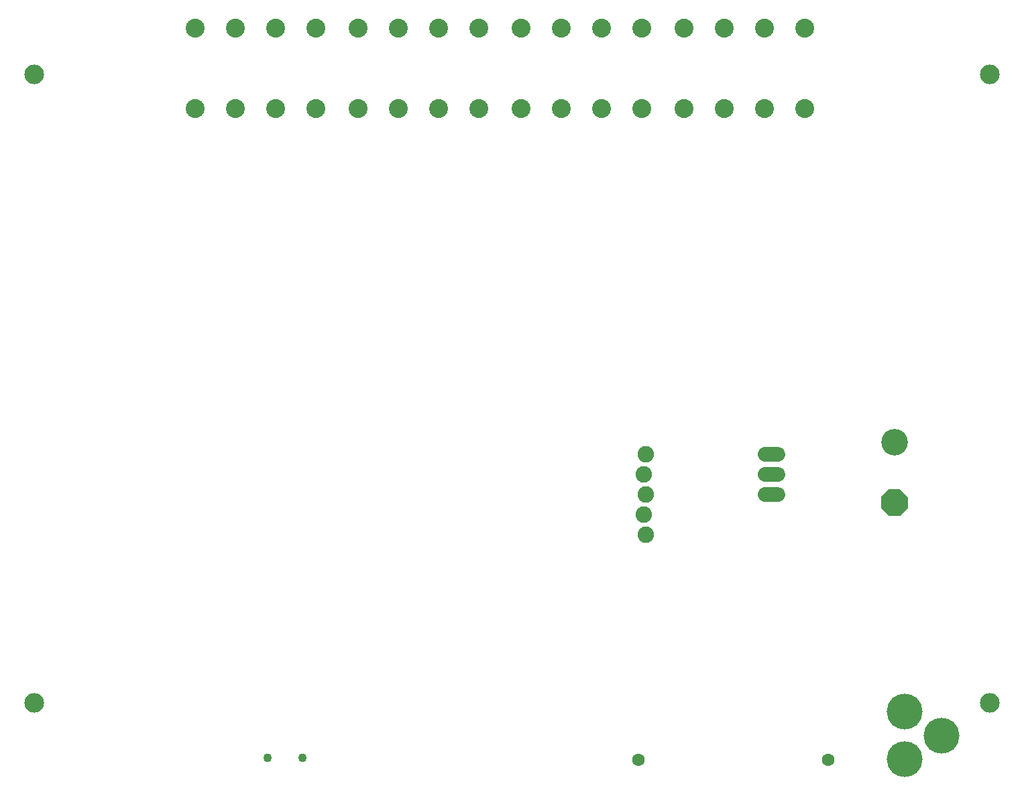
<source format=gbs>
G75*
G70*
%OFA0B0*%
%FSLAX24Y24*%
%IPPOS*%
%LPD*%
%AMOC8*
5,1,8,0,0,1.08239X$1,22.5*
%
%ADD10C,0.0980*%
%ADD11C,0.0820*%
%ADD12C,0.0434*%
%ADD13C,0.1780*%
%ADD14C,0.0720*%
%ADD15OC8,0.1320*%
%ADD16C,0.1320*%
%ADD17C,0.0631*%
%ADD18C,0.0940*%
D10*
X003574Y008241D03*
X003574Y039501D03*
X051074Y039501D03*
X051074Y008241D03*
D11*
X033974Y016600D03*
X033874Y017600D03*
X033974Y018600D03*
X033874Y019600D03*
X033974Y020600D03*
D12*
X016891Y005500D03*
X015158Y005500D03*
D13*
X046824Y005431D03*
X048675Y006613D03*
X046824Y007794D03*
D14*
X040544Y018600D02*
X039904Y018600D01*
X039904Y019600D02*
X040544Y019600D01*
X040544Y020600D02*
X039904Y020600D01*
D15*
X046324Y018200D03*
D16*
X046324Y021200D03*
D17*
X043037Y005400D03*
X033612Y005400D03*
D18*
X033757Y037800D03*
X031757Y037800D03*
X029757Y037800D03*
X027757Y037800D03*
X025657Y037800D03*
X023657Y037800D03*
X021657Y037800D03*
X019657Y037800D03*
X017557Y037800D03*
X015557Y037800D03*
X013557Y037800D03*
X011557Y037800D03*
X011557Y041800D03*
X013557Y041800D03*
X015557Y041800D03*
X017557Y041800D03*
X019657Y041800D03*
X021657Y041800D03*
X023657Y041800D03*
X025657Y041800D03*
X027757Y041800D03*
X029757Y041800D03*
X031757Y041800D03*
X033757Y041800D03*
X035857Y041800D03*
X037857Y041800D03*
X039857Y041800D03*
X041857Y041800D03*
X041857Y037800D03*
X039857Y037800D03*
X037857Y037800D03*
X035857Y037800D03*
M02*

</source>
